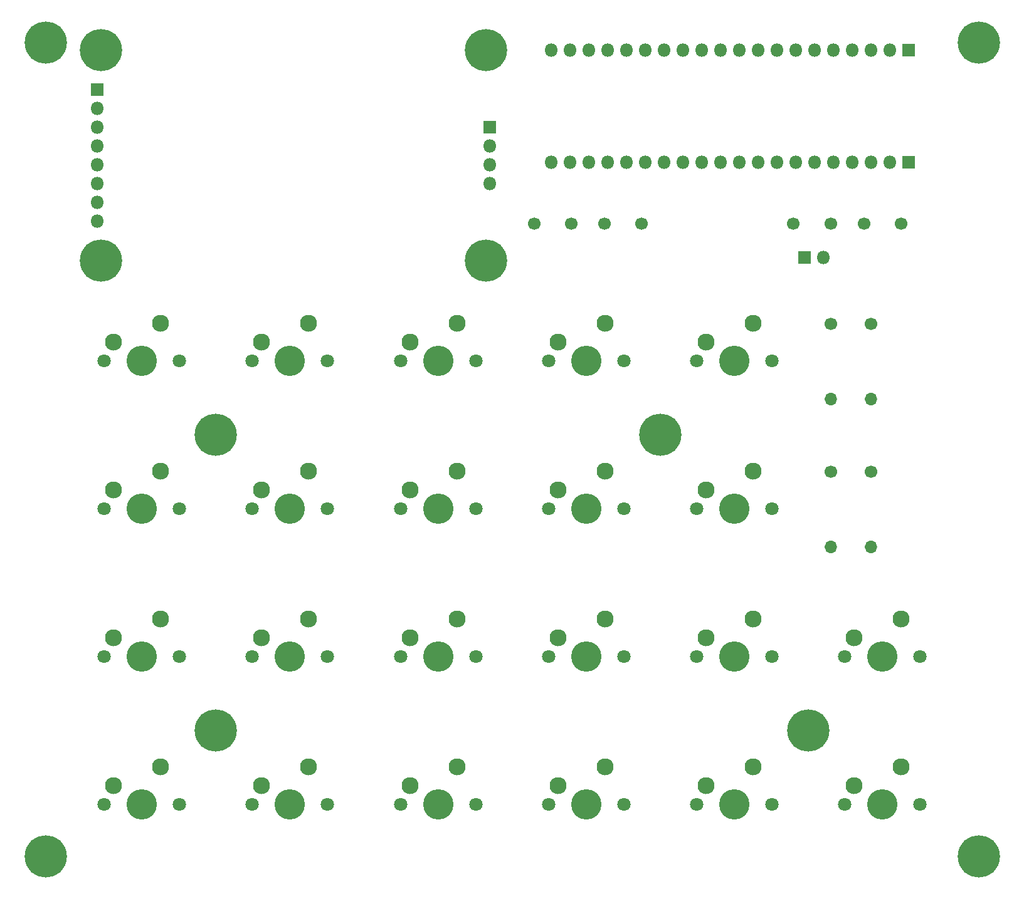
<source format=gbr>
%TF.GenerationSoftware,KiCad,Pcbnew,(5.1.6)-1*%
%TF.CreationDate,2021-09-19T20:18:01-07:00*%
%TF.ProjectId,MicroTrainer,4d696372-6f54-4726-9169-6e65722e6b69,rev?*%
%TF.SameCoordinates,Original*%
%TF.FileFunction,Soldermask,Top*%
%TF.FilePolarity,Negative*%
%FSLAX46Y46*%
G04 Gerber Fmt 4.6, Leading zero omitted, Abs format (unit mm)*
G04 Created by KiCad (PCBNEW (5.1.6)-1) date 2021-09-19 20:18:01*
%MOMM*%
%LPD*%
G01*
G04 APERTURE LIST*
%ADD10C,5.700000*%
%ADD11O,1.800000X1.800000*%
%ADD12R,1.800000X1.800000*%
%ADD13C,1.700000*%
%ADD14C,1.800000*%
%ADD15C,4.100000*%
%ADD16C,2.300000*%
%ADD17O,1.700000X1.700000*%
G04 APERTURE END LIST*
D10*
%TO.C,REF##*%
X40000000Y-75000000D03*
%TD*%
%TO.C,REF##*%
X120000000Y-115000000D03*
%TD*%
%TO.C,REF##*%
X40000000Y-115000000D03*
%TD*%
%TO.C,REF##*%
X100000000Y-75000000D03*
%TD*%
D11*
%TO.C,J3*%
X122050000Y-51010000D03*
D12*
X119510000Y-51010000D03*
%TD*%
D11*
%TO.C,J5*%
X24000000Y-46140000D03*
X24000000Y-43600000D03*
X24000000Y-41060000D03*
X24000000Y-38520000D03*
X24000000Y-35980000D03*
X24000000Y-33440000D03*
X24000000Y-30900000D03*
D12*
X24000000Y-28360000D03*
%TD*%
D11*
%TO.C,J4*%
X77000000Y-41060000D03*
X77000000Y-38520000D03*
X77000000Y-35980000D03*
D12*
X77000000Y-33440000D03*
%TD*%
D11*
%TO.C,J2*%
X85240000Y-38200000D03*
X87780000Y-38200000D03*
X90320000Y-38200000D03*
X92860000Y-38200000D03*
X95400000Y-38200000D03*
X97940000Y-38200000D03*
X100480000Y-38200000D03*
X103020000Y-38200000D03*
X105560000Y-38200000D03*
X108100000Y-38200000D03*
X110640000Y-38200000D03*
X113180000Y-38200000D03*
X115720000Y-38200000D03*
X118260000Y-38200000D03*
X120800000Y-38200000D03*
X123340000Y-38200000D03*
X125880000Y-38200000D03*
X128420000Y-38200000D03*
X130960000Y-38200000D03*
D12*
X133500000Y-38200000D03*
%TD*%
D11*
%TO.C,J1*%
X85240000Y-23000000D03*
X87780000Y-23000000D03*
X90320000Y-23000000D03*
X92860000Y-23000000D03*
X95400000Y-23000000D03*
X97940000Y-23000000D03*
X100480000Y-23000000D03*
X103020000Y-23000000D03*
X105560000Y-23000000D03*
X108100000Y-23000000D03*
X110640000Y-23000000D03*
X113180000Y-23000000D03*
X115720000Y-23000000D03*
X118260000Y-23000000D03*
X120800000Y-23000000D03*
X123340000Y-23000000D03*
X125880000Y-23000000D03*
X128420000Y-23000000D03*
X130960000Y-23000000D03*
D12*
X133500000Y-23000000D03*
%TD*%
D10*
%TO.C,REF\u002A\u002A*%
X24500000Y-51500000D03*
%TD*%
%TO.C,REF\u002A\u002A*%
X76500000Y-51500000D03*
%TD*%
%TO.C,REF\u002A\u002A*%
X76500000Y-23000000D03*
%TD*%
%TO.C,REF\u002A\u002A*%
X24500000Y-23000000D03*
%TD*%
%TO.C,REF\u002A\u002A*%
X17000000Y-22000000D03*
%TD*%
%TO.C,REF\u002A\u002A*%
X143000000Y-22000000D03*
%TD*%
%TO.C,REF\u002A\u002A*%
X143000000Y-132000000D03*
%TD*%
%TO.C,REF##*%
X17000000Y-132000000D03*
%TD*%
D13*
%TO.C,C4*%
X88000000Y-46500000D03*
X83000000Y-46500000D03*
%TD*%
%TO.C,C3*%
X97500000Y-46500000D03*
X92500000Y-46500000D03*
%TD*%
%TO.C,C2*%
X123000000Y-46500000D03*
X118000000Y-46500000D03*
%TD*%
%TO.C,C1*%
X132500000Y-46500000D03*
X127500000Y-46500000D03*
%TD*%
D14*
%TO.C,SW24*%
X135080000Y-125000000D03*
X124920000Y-125000000D03*
D15*
X130000000Y-125000000D03*
D16*
X126190000Y-122460000D03*
X132540000Y-119920000D03*
%TD*%
D14*
%TO.C,SW23*%
X115080000Y-125000000D03*
X104920000Y-125000000D03*
D15*
X110000000Y-125000000D03*
D16*
X106190000Y-122460000D03*
X112540000Y-119920000D03*
%TD*%
D14*
%TO.C,SW22*%
X95080000Y-125000000D03*
X84920000Y-125000000D03*
D15*
X90000000Y-125000000D03*
D16*
X86190000Y-122460000D03*
X92540000Y-119920000D03*
%TD*%
D14*
%TO.C,SW21*%
X75080000Y-125000000D03*
X64920000Y-125000000D03*
D15*
X70000000Y-125000000D03*
D16*
X66190000Y-122460000D03*
X72540000Y-119920000D03*
%TD*%
D14*
%TO.C,SW20*%
X55080000Y-125000000D03*
X44920000Y-125000000D03*
D15*
X50000000Y-125000000D03*
D16*
X46190000Y-122460000D03*
X52540000Y-119920000D03*
%TD*%
D14*
%TO.C,SW19*%
X35080000Y-125000000D03*
X24920000Y-125000000D03*
D15*
X30000000Y-125000000D03*
D16*
X26190000Y-122460000D03*
X32540000Y-119920000D03*
%TD*%
D14*
%TO.C,SW18*%
X135080000Y-105000000D03*
X124920000Y-105000000D03*
D15*
X130000000Y-105000000D03*
D16*
X126190000Y-102460000D03*
X132540000Y-99920000D03*
%TD*%
D14*
%TO.C,SW17*%
X115080000Y-105000000D03*
X104920000Y-105000000D03*
D15*
X110000000Y-105000000D03*
D16*
X106190000Y-102460000D03*
X112540000Y-99920000D03*
%TD*%
D14*
%TO.C,SW16*%
X95080000Y-105000000D03*
X84920000Y-105000000D03*
D15*
X90000000Y-105000000D03*
D16*
X86190000Y-102460000D03*
X92540000Y-99920000D03*
%TD*%
D14*
%TO.C,SW15*%
X75080000Y-105000000D03*
X64920000Y-105000000D03*
D15*
X70000000Y-105000000D03*
D16*
X66190000Y-102460000D03*
X72540000Y-99920000D03*
%TD*%
D14*
%TO.C,SW14*%
X55080000Y-105000000D03*
X44920000Y-105000000D03*
D15*
X50000000Y-105000000D03*
D16*
X46190000Y-102460000D03*
X52540000Y-99920000D03*
%TD*%
D14*
%TO.C,SW13*%
X35080000Y-105000000D03*
X24920000Y-105000000D03*
D15*
X30000000Y-105000000D03*
D16*
X26190000Y-102460000D03*
X32540000Y-99920000D03*
%TD*%
D14*
%TO.C,SW11*%
X115080000Y-85000000D03*
X104920000Y-85000000D03*
D15*
X110000000Y-85000000D03*
D16*
X106190000Y-82460000D03*
X112540000Y-79920000D03*
%TD*%
D14*
%TO.C,SW10*%
X95080000Y-85000000D03*
X84920000Y-85000000D03*
D15*
X90000000Y-85000000D03*
D16*
X86190000Y-82460000D03*
X92540000Y-79920000D03*
%TD*%
D14*
%TO.C,SW9*%
X75080000Y-85000000D03*
X64920000Y-85000000D03*
D15*
X70000000Y-85000000D03*
D16*
X66190000Y-82460000D03*
X72540000Y-79920000D03*
%TD*%
D14*
%TO.C,SW8*%
X55080000Y-85000000D03*
X44920000Y-85000000D03*
D15*
X50000000Y-85000000D03*
D16*
X46190000Y-82460000D03*
X52540000Y-79920000D03*
%TD*%
D14*
%TO.C,SW7*%
X35080000Y-85000000D03*
X24920000Y-85000000D03*
D15*
X30000000Y-85000000D03*
D16*
X26190000Y-82460000D03*
X32540000Y-79920000D03*
%TD*%
D14*
%TO.C,SW5*%
X115080000Y-65000000D03*
X104920000Y-65000000D03*
D15*
X110000000Y-65000000D03*
D16*
X106190000Y-62460000D03*
X112540000Y-59920000D03*
%TD*%
D14*
%TO.C,SW4*%
X95080000Y-65000000D03*
X84920000Y-65000000D03*
D15*
X90000000Y-65000000D03*
D16*
X86190000Y-62460000D03*
X92540000Y-59920000D03*
%TD*%
D14*
%TO.C,SW3*%
X75080000Y-65000000D03*
X64920000Y-65000000D03*
D15*
X70000000Y-65000000D03*
D16*
X66190000Y-62460000D03*
X72540000Y-59920000D03*
%TD*%
D14*
%TO.C,SW2*%
X55080000Y-65000000D03*
X44920000Y-65000000D03*
D15*
X50000000Y-65000000D03*
D16*
X46190000Y-62460000D03*
X52540000Y-59920000D03*
%TD*%
D14*
%TO.C,SW1*%
X35080000Y-65000000D03*
X24920000Y-65000000D03*
D15*
X30000000Y-65000000D03*
D16*
X26190000Y-62460000D03*
X32540000Y-59920000D03*
%TD*%
D17*
%TO.C,R4*%
X128500000Y-90160000D03*
D13*
X128500000Y-80000000D03*
%TD*%
D17*
%TO.C,R3*%
X128500000Y-70160000D03*
D13*
X128500000Y-60000000D03*
%TD*%
D17*
%TO.C,R2*%
X123000000Y-90160000D03*
D13*
X123000000Y-80000000D03*
%TD*%
D17*
%TO.C,R1*%
X123000000Y-70160000D03*
D13*
X123000000Y-60000000D03*
%TD*%
M02*

</source>
